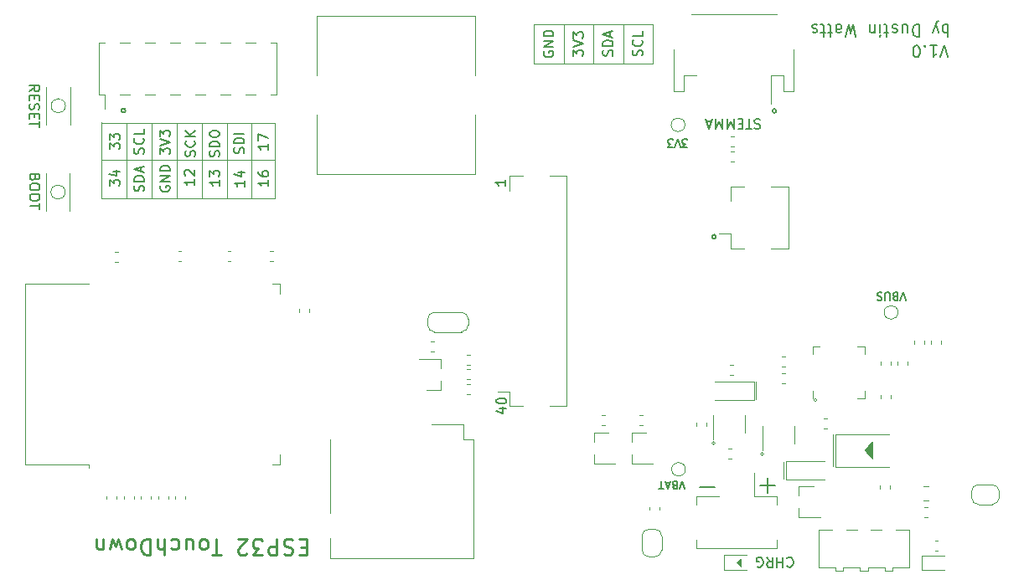
<source format=gto>
G04 #@! TF.GenerationSoftware,KiCad,Pcbnew,(5.1.6-0)*
G04 #@! TF.CreationDate,2020-12-03T20:50:06+01:00*
G04 #@! TF.ProjectId,ESP32_TFT,45535033-325f-4544-9654-2e6b69636164,rev?*
G04 #@! TF.SameCoordinates,Original*
G04 #@! TF.FileFunction,Legend,Top*
G04 #@! TF.FilePolarity,Positive*
%FSLAX46Y46*%
G04 Gerber Fmt 4.6, Leading zero omitted, Abs format (unit mm)*
G04 Created by KiCad (PCBNEW (5.1.6-0)) date 2020-12-03 20:50:06*
%MOMM*%
%LPD*%
G01*
G04 APERTURE LIST*
%ADD10C,0.150000*%
%ADD11C,0.120000*%
%ADD12C,0.250000*%
%ADD13C,0.100000*%
%ADD14C,0.200000*%
G04 APERTURE END LIST*
D10*
X63152380Y-54290476D02*
X63152380Y-54861904D01*
X63152380Y-54576190D02*
X62152380Y-54576190D01*
X62295238Y-54671428D01*
X62390476Y-54766666D01*
X62438095Y-54861904D01*
X62152380Y-53433333D02*
X62152380Y-53623809D01*
X62200000Y-53719047D01*
X62247619Y-53766666D01*
X62390476Y-53861904D01*
X62580952Y-53909523D01*
X62961904Y-53909523D01*
X63057142Y-53861904D01*
X63104761Y-53814285D01*
X63152380Y-53719047D01*
X63152380Y-53528571D01*
X63104761Y-53433333D01*
X63057142Y-53385714D01*
X62961904Y-53338095D01*
X62723809Y-53338095D01*
X62628571Y-53385714D01*
X62580952Y-53433333D01*
X62533333Y-53528571D01*
X62533333Y-53719047D01*
X62580952Y-53814285D01*
X62628571Y-53861904D01*
X62723809Y-53909523D01*
X60752380Y-54340476D02*
X60752380Y-54911904D01*
X60752380Y-54626190D02*
X59752380Y-54626190D01*
X59895238Y-54721428D01*
X59990476Y-54816666D01*
X60038095Y-54911904D01*
X60085714Y-53483333D02*
X60752380Y-53483333D01*
X59704761Y-53721428D02*
X60419047Y-53959523D01*
X60419047Y-53340476D01*
X63102380Y-50640476D02*
X63102380Y-51211904D01*
X63102380Y-50926190D02*
X62102380Y-50926190D01*
X62245238Y-51021428D01*
X62340476Y-51116666D01*
X62388095Y-51211904D01*
X62102380Y-50307142D02*
X62102380Y-49640476D01*
X63102380Y-50069047D01*
X60654761Y-51573809D02*
X60702380Y-51430952D01*
X60702380Y-51192857D01*
X60654761Y-51097619D01*
X60607142Y-51050000D01*
X60511904Y-51002380D01*
X60416666Y-51002380D01*
X60321428Y-51050000D01*
X60273809Y-51097619D01*
X60226190Y-51192857D01*
X60178571Y-51383333D01*
X60130952Y-51478571D01*
X60083333Y-51526190D01*
X59988095Y-51573809D01*
X59892857Y-51573809D01*
X59797619Y-51526190D01*
X59750000Y-51478571D01*
X59702380Y-51383333D01*
X59702380Y-51145238D01*
X59750000Y-51002380D01*
X60702380Y-50573809D02*
X59702380Y-50573809D01*
X59702380Y-50335714D01*
X59750000Y-50192857D01*
X59845238Y-50097619D01*
X59940476Y-50050000D01*
X60130952Y-50002380D01*
X60273809Y-50002380D01*
X60464285Y-50050000D01*
X60559523Y-50097619D01*
X60654761Y-50192857D01*
X60702380Y-50335714D01*
X60702380Y-50573809D01*
X60702380Y-49573809D02*
X59702380Y-49573809D01*
D11*
X61450000Y-48500000D02*
X61450000Y-56120000D01*
X63850000Y-48500000D02*
X63850000Y-56120000D01*
X61360000Y-48500000D02*
X63850000Y-48500000D01*
X59010000Y-48500000D02*
X61550000Y-48500000D01*
D12*
X66990476Y-91414285D02*
X66457142Y-91414285D01*
X66228571Y-90576190D02*
X66990476Y-90576190D01*
X66990476Y-92176190D01*
X66228571Y-92176190D01*
X65619047Y-90652380D02*
X65390476Y-90576190D01*
X65009523Y-90576190D01*
X64857142Y-90652380D01*
X64780952Y-90728571D01*
X64704761Y-90880952D01*
X64704761Y-91033333D01*
X64780952Y-91185714D01*
X64857142Y-91261904D01*
X65009523Y-91338095D01*
X65314285Y-91414285D01*
X65466666Y-91490476D01*
X65542857Y-91566666D01*
X65619047Y-91719047D01*
X65619047Y-91871428D01*
X65542857Y-92023809D01*
X65466666Y-92100000D01*
X65314285Y-92176190D01*
X64933333Y-92176190D01*
X64704761Y-92100000D01*
X64019047Y-90576190D02*
X64019047Y-92176190D01*
X63409523Y-92176190D01*
X63257142Y-92100000D01*
X63180952Y-92023809D01*
X63104761Y-91871428D01*
X63104761Y-91642857D01*
X63180952Y-91490476D01*
X63257142Y-91414285D01*
X63409523Y-91338095D01*
X64019047Y-91338095D01*
X62571428Y-92176190D02*
X61580952Y-92176190D01*
X62114285Y-91566666D01*
X61885714Y-91566666D01*
X61733333Y-91490476D01*
X61657142Y-91414285D01*
X61580952Y-91261904D01*
X61580952Y-90880952D01*
X61657142Y-90728571D01*
X61733333Y-90652380D01*
X61885714Y-90576190D01*
X62342857Y-90576190D01*
X62495238Y-90652380D01*
X62571428Y-90728571D01*
X60971428Y-92023809D02*
X60895238Y-92100000D01*
X60742857Y-92176190D01*
X60361904Y-92176190D01*
X60209523Y-92100000D01*
X60133333Y-92023809D01*
X60057142Y-91871428D01*
X60057142Y-91719047D01*
X60133333Y-91490476D01*
X61047619Y-90576190D01*
X60057142Y-90576190D01*
X58380952Y-92176190D02*
X57466666Y-92176190D01*
X57923809Y-90576190D02*
X57923809Y-92176190D01*
X56704761Y-90576190D02*
X56857142Y-90652380D01*
X56933333Y-90728571D01*
X57009523Y-90880952D01*
X57009523Y-91338095D01*
X56933333Y-91490476D01*
X56857142Y-91566666D01*
X56704761Y-91642857D01*
X56476190Y-91642857D01*
X56323809Y-91566666D01*
X56247619Y-91490476D01*
X56171428Y-91338095D01*
X56171428Y-90880952D01*
X56247619Y-90728571D01*
X56323809Y-90652380D01*
X56476190Y-90576190D01*
X56704761Y-90576190D01*
X54800000Y-91642857D02*
X54800000Y-90576190D01*
X55485714Y-91642857D02*
X55485714Y-90804761D01*
X55409523Y-90652380D01*
X55257142Y-90576190D01*
X55028571Y-90576190D01*
X54876190Y-90652380D01*
X54800000Y-90728571D01*
X53352380Y-90652380D02*
X53504761Y-90576190D01*
X53809523Y-90576190D01*
X53961904Y-90652380D01*
X54038095Y-90728571D01*
X54114285Y-90880952D01*
X54114285Y-91338095D01*
X54038095Y-91490476D01*
X53961904Y-91566666D01*
X53809523Y-91642857D01*
X53504761Y-91642857D01*
X53352380Y-91566666D01*
X52666666Y-90576190D02*
X52666666Y-92176190D01*
X51980952Y-90576190D02*
X51980952Y-91414285D01*
X52057142Y-91566666D01*
X52209523Y-91642857D01*
X52438095Y-91642857D01*
X52590476Y-91566666D01*
X52666666Y-91490476D01*
X51219047Y-90576190D02*
X51219047Y-92176190D01*
X50838095Y-92176190D01*
X50609523Y-92100000D01*
X50457142Y-91947619D01*
X50380952Y-91795238D01*
X50304761Y-91490476D01*
X50304761Y-91261904D01*
X50380952Y-90957142D01*
X50457142Y-90804761D01*
X50609523Y-90652380D01*
X50838095Y-90576190D01*
X51219047Y-90576190D01*
X49390476Y-90576190D02*
X49542857Y-90652380D01*
X49619047Y-90728571D01*
X49695238Y-90880952D01*
X49695238Y-91338095D01*
X49619047Y-91490476D01*
X49542857Y-91566666D01*
X49390476Y-91642857D01*
X49161904Y-91642857D01*
X49009523Y-91566666D01*
X48933333Y-91490476D01*
X48857142Y-91338095D01*
X48857142Y-90880952D01*
X48933333Y-90728571D01*
X49009523Y-90652380D01*
X49161904Y-90576190D01*
X49390476Y-90576190D01*
X48323809Y-91642857D02*
X48019047Y-90576190D01*
X47714285Y-91338095D01*
X47409523Y-90576190D01*
X47104761Y-91642857D01*
X46495238Y-91642857D02*
X46495238Y-90576190D01*
X46495238Y-91490476D02*
X46419047Y-91566666D01*
X46266666Y-91642857D01*
X46038095Y-91642857D01*
X45885714Y-91566666D01*
X45809523Y-91414285D01*
X45809523Y-90576190D01*
D10*
X86535714Y-77385714D02*
X87202380Y-77385714D01*
X86154761Y-77623809D02*
X86869047Y-77861904D01*
X86869047Y-77242857D01*
X86202380Y-76671428D02*
X86202380Y-76576190D01*
X86250000Y-76480952D01*
X86297619Y-76433333D01*
X86392857Y-76385714D01*
X86583333Y-76338095D01*
X86821428Y-76338095D01*
X87011904Y-76385714D01*
X87107142Y-76433333D01*
X87154761Y-76480952D01*
X87202380Y-76576190D01*
X87202380Y-76671428D01*
X87154761Y-76766666D01*
X87107142Y-76814285D01*
X87011904Y-76861904D01*
X86821428Y-76909523D01*
X86583333Y-76909523D01*
X86392857Y-76861904D01*
X86297619Y-76814285D01*
X86250000Y-76766666D01*
X86202380Y-76671428D01*
X87102380Y-54254285D02*
X87102380Y-54825714D01*
X87102380Y-54540000D02*
X86102380Y-54540000D01*
X86245238Y-54635238D01*
X86340476Y-54730476D01*
X86388095Y-54825714D01*
X115564285Y-92532857D02*
X115611904Y-92485238D01*
X115754761Y-92437619D01*
X115850000Y-92437619D01*
X115992857Y-92485238D01*
X116088095Y-92580476D01*
X116135714Y-92675714D01*
X116183333Y-92866190D01*
X116183333Y-93009047D01*
X116135714Y-93199523D01*
X116088095Y-93294761D01*
X115992857Y-93390000D01*
X115850000Y-93437619D01*
X115754761Y-93437619D01*
X115611904Y-93390000D01*
X115564285Y-93342380D01*
X115135714Y-92437619D02*
X115135714Y-93437619D01*
X115135714Y-92961428D02*
X114564285Y-92961428D01*
X114564285Y-92437619D02*
X114564285Y-93437619D01*
X113516666Y-92437619D02*
X113850000Y-92913809D01*
X114088095Y-92437619D02*
X114088095Y-93437619D01*
X113707142Y-93437619D01*
X113611904Y-93390000D01*
X113564285Y-93342380D01*
X113516666Y-93247142D01*
X113516666Y-93104285D01*
X113564285Y-93009047D01*
X113611904Y-92961428D01*
X113707142Y-92913809D01*
X114088095Y-92913809D01*
X112564285Y-93390000D02*
X112659523Y-93437619D01*
X112802380Y-93437619D01*
X112945238Y-93390000D01*
X113040476Y-93294761D01*
X113088095Y-93199523D01*
X113135714Y-93009047D01*
X113135714Y-92866190D01*
X113088095Y-92675714D01*
X113040476Y-92580476D01*
X112945238Y-92485238D01*
X112802380Y-92437619D01*
X112707142Y-92437619D01*
X112564285Y-92485238D01*
X112516666Y-92532857D01*
X112516666Y-92866190D01*
X112707142Y-92866190D01*
D13*
G36*
X110850000Y-93370000D02*
G01*
X110460000Y-93000000D01*
X110850000Y-92610000D01*
X110850000Y-93370000D01*
G37*
X110850000Y-93370000D02*
X110460000Y-93000000D01*
X110850000Y-92610000D01*
X110850000Y-93370000D01*
G36*
X124130000Y-82380000D02*
G01*
X123440000Y-81610000D01*
X124130000Y-80800000D01*
X124130000Y-82380000D01*
G37*
X124130000Y-82380000D02*
X123440000Y-81610000D01*
X124130000Y-80800000D01*
X124130000Y-82380000D01*
D11*
X124150000Y-82460000D02*
X124150000Y-80740000D01*
X123430000Y-81640000D02*
X124150000Y-82460000D01*
X124150000Y-80740000D02*
X123410000Y-81610000D01*
X112410000Y-74700000D02*
X112410000Y-76420000D01*
X120210000Y-80010000D02*
X120210000Y-83270000D01*
X115200000Y-82810000D02*
X115200000Y-84530000D01*
D10*
X127536666Y-66438095D02*
X127270000Y-65638095D01*
X127003333Y-66438095D01*
X126470000Y-66057142D02*
X126355714Y-66019047D01*
X126317619Y-65980952D01*
X126279523Y-65904761D01*
X126279523Y-65790476D01*
X126317619Y-65714285D01*
X126355714Y-65676190D01*
X126431904Y-65638095D01*
X126736666Y-65638095D01*
X126736666Y-66438095D01*
X126470000Y-66438095D01*
X126393809Y-66400000D01*
X126355714Y-66361904D01*
X126317619Y-66285714D01*
X126317619Y-66209523D01*
X126355714Y-66133333D01*
X126393809Y-66095238D01*
X126470000Y-66057142D01*
X126736666Y-66057142D01*
X125936666Y-66438095D02*
X125936666Y-65790476D01*
X125898571Y-65714285D01*
X125860476Y-65676190D01*
X125784285Y-65638095D01*
X125631904Y-65638095D01*
X125555714Y-65676190D01*
X125517619Y-65714285D01*
X125479523Y-65790476D01*
X125479523Y-66438095D01*
X125136666Y-65676190D02*
X125022380Y-65638095D01*
X124831904Y-65638095D01*
X124755714Y-65676190D01*
X124717619Y-65714285D01*
X124679523Y-65790476D01*
X124679523Y-65866666D01*
X124717619Y-65942857D01*
X124755714Y-65980952D01*
X124831904Y-66019047D01*
X124984285Y-66057142D01*
X125060476Y-66095238D01*
X125098571Y-66133333D01*
X125136666Y-66209523D01*
X125136666Y-66285714D01*
X125098571Y-66361904D01*
X125060476Y-66400000D01*
X124984285Y-66438095D01*
X124793809Y-66438095D01*
X124679523Y-66400000D01*
X105254285Y-85528095D02*
X104987619Y-84728095D01*
X104720952Y-85528095D01*
X104187619Y-85147142D02*
X104073333Y-85109047D01*
X104035238Y-85070952D01*
X103997142Y-84994761D01*
X103997142Y-84880476D01*
X104035238Y-84804285D01*
X104073333Y-84766190D01*
X104149523Y-84728095D01*
X104454285Y-84728095D01*
X104454285Y-85528095D01*
X104187619Y-85528095D01*
X104111428Y-85490000D01*
X104073333Y-85451904D01*
X104035238Y-85375714D01*
X104035238Y-85299523D01*
X104073333Y-85223333D01*
X104111428Y-85185238D01*
X104187619Y-85147142D01*
X104454285Y-85147142D01*
X103692380Y-84956666D02*
X103311428Y-84956666D01*
X103768571Y-84728095D02*
X103501904Y-85528095D01*
X103235238Y-84728095D01*
X103082857Y-85528095D02*
X102625714Y-85528095D01*
X102854285Y-84728095D02*
X102854285Y-85528095D01*
X91000000Y-41261904D02*
X90952380Y-41357142D01*
X90952380Y-41500000D01*
X91000000Y-41642857D01*
X91095238Y-41738095D01*
X91190476Y-41785714D01*
X91380952Y-41833333D01*
X91523809Y-41833333D01*
X91714285Y-41785714D01*
X91809523Y-41738095D01*
X91904761Y-41642857D01*
X91952380Y-41500000D01*
X91952380Y-41404761D01*
X91904761Y-41261904D01*
X91857142Y-41214285D01*
X91523809Y-41214285D01*
X91523809Y-41404761D01*
X91952380Y-40785714D02*
X90952380Y-40785714D01*
X91952380Y-40214285D01*
X90952380Y-40214285D01*
X91952380Y-39738095D02*
X90952380Y-39738095D01*
X90952380Y-39500000D01*
X91000000Y-39357142D01*
X91095238Y-39261904D01*
X91190476Y-39214285D01*
X91380952Y-39166666D01*
X91523809Y-39166666D01*
X91714285Y-39214285D01*
X91809523Y-39261904D01*
X91904761Y-39357142D01*
X91952380Y-39500000D01*
X91952380Y-39738095D01*
X93952380Y-41738095D02*
X93952380Y-41119047D01*
X94333333Y-41452380D01*
X94333333Y-41309523D01*
X94380952Y-41214285D01*
X94428571Y-41166666D01*
X94523809Y-41119047D01*
X94761904Y-41119047D01*
X94857142Y-41166666D01*
X94904761Y-41214285D01*
X94952380Y-41309523D01*
X94952380Y-41595238D01*
X94904761Y-41690476D01*
X94857142Y-41738095D01*
X93952380Y-40833333D02*
X94952380Y-40500000D01*
X93952380Y-40166666D01*
X93952380Y-39928571D02*
X93952380Y-39309523D01*
X94333333Y-39642857D01*
X94333333Y-39500000D01*
X94380952Y-39404761D01*
X94428571Y-39357142D01*
X94523809Y-39309523D01*
X94761904Y-39309523D01*
X94857142Y-39357142D01*
X94904761Y-39404761D01*
X94952380Y-39500000D01*
X94952380Y-39785714D01*
X94904761Y-39880952D01*
X94857142Y-39928571D01*
X97904761Y-41714285D02*
X97952380Y-41571428D01*
X97952380Y-41333333D01*
X97904761Y-41238095D01*
X97857142Y-41190476D01*
X97761904Y-41142857D01*
X97666666Y-41142857D01*
X97571428Y-41190476D01*
X97523809Y-41238095D01*
X97476190Y-41333333D01*
X97428571Y-41523809D01*
X97380952Y-41619047D01*
X97333333Y-41666666D01*
X97238095Y-41714285D01*
X97142857Y-41714285D01*
X97047619Y-41666666D01*
X97000000Y-41619047D01*
X96952380Y-41523809D01*
X96952380Y-41285714D01*
X97000000Y-41142857D01*
X97952380Y-40714285D02*
X96952380Y-40714285D01*
X96952380Y-40476190D01*
X97000000Y-40333333D01*
X97095238Y-40238095D01*
X97190476Y-40190476D01*
X97380952Y-40142857D01*
X97523809Y-40142857D01*
X97714285Y-40190476D01*
X97809523Y-40238095D01*
X97904761Y-40333333D01*
X97952380Y-40476190D01*
X97952380Y-40714285D01*
X97666666Y-39761904D02*
X97666666Y-39285714D01*
X97952380Y-39857142D02*
X96952380Y-39523809D01*
X97952380Y-39190476D01*
X100904761Y-41690476D02*
X100952380Y-41547619D01*
X100952380Y-41309523D01*
X100904761Y-41214285D01*
X100857142Y-41166666D01*
X100761904Y-41119047D01*
X100666666Y-41119047D01*
X100571428Y-41166666D01*
X100523809Y-41214285D01*
X100476190Y-41309523D01*
X100428571Y-41500000D01*
X100380952Y-41595238D01*
X100333333Y-41642857D01*
X100238095Y-41690476D01*
X100142857Y-41690476D01*
X100047619Y-41642857D01*
X100000000Y-41595238D01*
X99952380Y-41500000D01*
X99952380Y-41261904D01*
X100000000Y-41119047D01*
X100857142Y-40119047D02*
X100904761Y-40166666D01*
X100952380Y-40309523D01*
X100952380Y-40404761D01*
X100904761Y-40547619D01*
X100809523Y-40642857D01*
X100714285Y-40690476D01*
X100523809Y-40738095D01*
X100380952Y-40738095D01*
X100190476Y-40690476D01*
X100095238Y-40642857D01*
X100000000Y-40547619D01*
X99952380Y-40404761D01*
X99952380Y-40309523D01*
X100000000Y-40166666D01*
X100047619Y-40119047D01*
X100952380Y-39214285D02*
X100952380Y-39690476D01*
X99952380Y-39690476D01*
D11*
X90000000Y-42500000D02*
X93000000Y-42500000D01*
X90000000Y-38500000D02*
X90000000Y-42500000D01*
X93000000Y-38500000D02*
X90000000Y-38500000D01*
X102000000Y-38500000D02*
X102000000Y-42500000D01*
X99000000Y-38500000D02*
X99000000Y-42500000D01*
X96000000Y-38500000D02*
X96000000Y-42500000D01*
X102000000Y-38500000D02*
X93000000Y-38500000D01*
X93000000Y-42500000D02*
X102000000Y-42500000D01*
X93000000Y-38500000D02*
X93000000Y-42500000D01*
D10*
X112858095Y-85162857D02*
X114381904Y-85162857D01*
X113620000Y-85924761D02*
X113620000Y-84400952D01*
X106748095Y-85302857D02*
X108271904Y-85302857D01*
D11*
X108302788Y-80880000D02*
G75*
G03*
X108302788Y-80880000I-162788J0D01*
G01*
X113212788Y-82000000D02*
G75*
G03*
X113212788Y-82000000I-162788J0D01*
G01*
X118612788Y-76540000D02*
G75*
G03*
X118612788Y-76540000I-162788J0D01*
G01*
D10*
X105490476Y-50938095D02*
X104995238Y-50938095D01*
X105261904Y-50633333D01*
X105147619Y-50633333D01*
X105071428Y-50595238D01*
X105033333Y-50557142D01*
X104995238Y-50480952D01*
X104995238Y-50290476D01*
X105033333Y-50214285D01*
X105071428Y-50176190D01*
X105147619Y-50138095D01*
X105376190Y-50138095D01*
X105452380Y-50176190D01*
X105490476Y-50214285D01*
X104766666Y-50938095D02*
X104500000Y-50138095D01*
X104233333Y-50938095D01*
X104042857Y-50938095D02*
X103547619Y-50938095D01*
X103814285Y-50633333D01*
X103700000Y-50633333D01*
X103623809Y-50595238D01*
X103585714Y-50557142D01*
X103547619Y-50480952D01*
X103547619Y-50290476D01*
X103585714Y-50214285D01*
X103623809Y-50176190D01*
X103700000Y-50138095D01*
X103928571Y-50138095D01*
X104004761Y-50176190D01*
X104042857Y-50214285D01*
D14*
X48715183Y-47250000D02*
G75*
G03*
X48715183Y-47250000I-205183J0D01*
G01*
X108395183Y-60010000D02*
G75*
G03*
X108395183Y-60010000I-205183J0D01*
G01*
X114485183Y-47290000D02*
G75*
G03*
X114485183Y-47290000I-205183J0D01*
G01*
X131828571Y-38557142D02*
X131828571Y-39757142D01*
X131828571Y-39300000D02*
X131714285Y-39357142D01*
X131485714Y-39357142D01*
X131371428Y-39300000D01*
X131314285Y-39242857D01*
X131257142Y-39128571D01*
X131257142Y-38785714D01*
X131314285Y-38671428D01*
X131371428Y-38614285D01*
X131485714Y-38557142D01*
X131714285Y-38557142D01*
X131828571Y-38614285D01*
X130857142Y-39357142D02*
X130571428Y-38557142D01*
X130285714Y-39357142D02*
X130571428Y-38557142D01*
X130685714Y-38271428D01*
X130742857Y-38214285D01*
X130857142Y-38157142D01*
X128914285Y-38557142D02*
X128914285Y-39757142D01*
X128628571Y-39757142D01*
X128457142Y-39700000D01*
X128342857Y-39585714D01*
X128285714Y-39471428D01*
X128228571Y-39242857D01*
X128228571Y-39071428D01*
X128285714Y-38842857D01*
X128342857Y-38728571D01*
X128457142Y-38614285D01*
X128628571Y-38557142D01*
X128914285Y-38557142D01*
X127200000Y-39357142D02*
X127200000Y-38557142D01*
X127714285Y-39357142D02*
X127714285Y-38728571D01*
X127657142Y-38614285D01*
X127542857Y-38557142D01*
X127371428Y-38557142D01*
X127257142Y-38614285D01*
X127200000Y-38671428D01*
X126685714Y-38614285D02*
X126571428Y-38557142D01*
X126342857Y-38557142D01*
X126228571Y-38614285D01*
X126171428Y-38728571D01*
X126171428Y-38785714D01*
X126228571Y-38900000D01*
X126342857Y-38957142D01*
X126514285Y-38957142D01*
X126628571Y-39014285D01*
X126685714Y-39128571D01*
X126685714Y-39185714D01*
X126628571Y-39300000D01*
X126514285Y-39357142D01*
X126342857Y-39357142D01*
X126228571Y-39300000D01*
X125828571Y-39357142D02*
X125371428Y-39357142D01*
X125657142Y-39757142D02*
X125657142Y-38728571D01*
X125600000Y-38614285D01*
X125485714Y-38557142D01*
X125371428Y-38557142D01*
X124971428Y-38557142D02*
X124971428Y-39357142D01*
X124971428Y-39757142D02*
X125028571Y-39700000D01*
X124971428Y-39642857D01*
X124914285Y-39700000D01*
X124971428Y-39757142D01*
X124971428Y-39642857D01*
X124400000Y-39357142D02*
X124400000Y-38557142D01*
X124400000Y-39242857D02*
X124342857Y-39300000D01*
X124228571Y-39357142D01*
X124057142Y-39357142D01*
X123942857Y-39300000D01*
X123885714Y-39185714D01*
X123885714Y-38557142D01*
X122514285Y-39757142D02*
X122228571Y-38557142D01*
X122000000Y-39414285D01*
X121771428Y-38557142D01*
X121485714Y-39757142D01*
X120514285Y-38557142D02*
X120514285Y-39185714D01*
X120571428Y-39300000D01*
X120685714Y-39357142D01*
X120914285Y-39357142D01*
X121028571Y-39300000D01*
X120514285Y-38614285D02*
X120628571Y-38557142D01*
X120914285Y-38557142D01*
X121028571Y-38614285D01*
X121085714Y-38728571D01*
X121085714Y-38842857D01*
X121028571Y-38957142D01*
X120914285Y-39014285D01*
X120628571Y-39014285D01*
X120514285Y-39071428D01*
X120114285Y-39357142D02*
X119657142Y-39357142D01*
X119942857Y-39757142D02*
X119942857Y-38728571D01*
X119885714Y-38614285D01*
X119771428Y-38557142D01*
X119657142Y-38557142D01*
X119428571Y-39357142D02*
X118971428Y-39357142D01*
X119257142Y-39757142D02*
X119257142Y-38728571D01*
X119200000Y-38614285D01*
X119085714Y-38557142D01*
X118971428Y-38557142D01*
X118628571Y-38614285D02*
X118514285Y-38557142D01*
X118285714Y-38557142D01*
X118171428Y-38614285D01*
X118114285Y-38728571D01*
X118114285Y-38785714D01*
X118171428Y-38900000D01*
X118285714Y-38957142D01*
X118457142Y-38957142D01*
X118571428Y-39014285D01*
X118628571Y-39128571D01*
X118628571Y-39185714D01*
X118571428Y-39300000D01*
X118457142Y-39357142D01*
X118285714Y-39357142D01*
X118171428Y-39300000D01*
X131828571Y-41857142D02*
X131428571Y-40657142D01*
X131028571Y-41857142D01*
X130000000Y-40657142D02*
X130685714Y-40657142D01*
X130342857Y-40657142D02*
X130342857Y-41857142D01*
X130457142Y-41685714D01*
X130571428Y-41571428D01*
X130685714Y-41514285D01*
X129485714Y-40771428D02*
X129428571Y-40714285D01*
X129485714Y-40657142D01*
X129542857Y-40714285D01*
X129485714Y-40771428D01*
X129485714Y-40657142D01*
X128685714Y-41857142D02*
X128571428Y-41857142D01*
X128457142Y-41800000D01*
X128400000Y-41742857D01*
X128342857Y-41628571D01*
X128285714Y-41400000D01*
X128285714Y-41114285D01*
X128342857Y-40885714D01*
X128400000Y-40771428D01*
X128457142Y-40714285D01*
X128571428Y-40657142D01*
X128685714Y-40657142D01*
X128800000Y-40714285D01*
X128857142Y-40771428D01*
X128914285Y-40885714D01*
X128971428Y-41114285D01*
X128971428Y-41400000D01*
X128914285Y-41628571D01*
X128857142Y-41742857D01*
X128800000Y-41800000D01*
X128685714Y-41857142D01*
D10*
X39007619Y-45307619D02*
X39483809Y-44974285D01*
X39007619Y-44736190D02*
X40007619Y-44736190D01*
X40007619Y-45117142D01*
X39960000Y-45212380D01*
X39912380Y-45260000D01*
X39817142Y-45307619D01*
X39674285Y-45307619D01*
X39579047Y-45260000D01*
X39531428Y-45212380D01*
X39483809Y-45117142D01*
X39483809Y-44736190D01*
X39531428Y-45736190D02*
X39531428Y-46069523D01*
X39007619Y-46212380D02*
X39007619Y-45736190D01*
X40007619Y-45736190D01*
X40007619Y-46212380D01*
X39055238Y-46593333D02*
X39007619Y-46736190D01*
X39007619Y-46974285D01*
X39055238Y-47069523D01*
X39102857Y-47117142D01*
X39198095Y-47164761D01*
X39293333Y-47164761D01*
X39388571Y-47117142D01*
X39436190Y-47069523D01*
X39483809Y-46974285D01*
X39531428Y-46783809D01*
X39579047Y-46688571D01*
X39626666Y-46640952D01*
X39721904Y-46593333D01*
X39817142Y-46593333D01*
X39912380Y-46640952D01*
X39960000Y-46688571D01*
X40007619Y-46783809D01*
X40007619Y-47021904D01*
X39960000Y-47164761D01*
X39531428Y-47593333D02*
X39531428Y-47926666D01*
X39007619Y-48069523D02*
X39007619Y-47593333D01*
X40007619Y-47593333D01*
X40007619Y-48069523D01*
X40007619Y-48355238D02*
X40007619Y-48926666D01*
X39007619Y-48640952D02*
X40007619Y-48640952D01*
X39571428Y-54022857D02*
X39523809Y-54165714D01*
X39476190Y-54213333D01*
X39380952Y-54260952D01*
X39238095Y-54260952D01*
X39142857Y-54213333D01*
X39095238Y-54165714D01*
X39047619Y-54070476D01*
X39047619Y-53689523D01*
X40047619Y-53689523D01*
X40047619Y-54022857D01*
X40000000Y-54118095D01*
X39952380Y-54165714D01*
X39857142Y-54213333D01*
X39761904Y-54213333D01*
X39666666Y-54165714D01*
X39619047Y-54118095D01*
X39571428Y-54022857D01*
X39571428Y-53689523D01*
X40047619Y-54880000D02*
X40047619Y-55070476D01*
X40000000Y-55165714D01*
X39904761Y-55260952D01*
X39714285Y-55308571D01*
X39380952Y-55308571D01*
X39190476Y-55260952D01*
X39095238Y-55165714D01*
X39047619Y-55070476D01*
X39047619Y-54880000D01*
X39095238Y-54784761D01*
X39190476Y-54689523D01*
X39380952Y-54641904D01*
X39714285Y-54641904D01*
X39904761Y-54689523D01*
X40000000Y-54784761D01*
X40047619Y-54880000D01*
X40047619Y-55927619D02*
X40047619Y-56118095D01*
X40000000Y-56213333D01*
X39904761Y-56308571D01*
X39714285Y-56356190D01*
X39380952Y-56356190D01*
X39190476Y-56308571D01*
X39095238Y-56213333D01*
X39047619Y-56118095D01*
X39047619Y-55927619D01*
X39095238Y-55832380D01*
X39190476Y-55737142D01*
X39380952Y-55689523D01*
X39714285Y-55689523D01*
X39904761Y-55737142D01*
X40000000Y-55832380D01*
X40047619Y-55927619D01*
X40047619Y-56641904D02*
X40047619Y-57213333D01*
X39047619Y-56927619D02*
X40047619Y-56927619D01*
X55662380Y-54200476D02*
X55662380Y-54771904D01*
X55662380Y-54486190D02*
X54662380Y-54486190D01*
X54805238Y-54581428D01*
X54900476Y-54676666D01*
X54948095Y-54771904D01*
X54757619Y-53819523D02*
X54710000Y-53771904D01*
X54662380Y-53676666D01*
X54662380Y-53438571D01*
X54710000Y-53343333D01*
X54757619Y-53295714D01*
X54852857Y-53248095D01*
X54948095Y-53248095D01*
X55090952Y-53295714D01*
X55662380Y-53867142D01*
X55662380Y-53248095D01*
X47132380Y-54879523D02*
X47132380Y-54260476D01*
X47513333Y-54593809D01*
X47513333Y-54450952D01*
X47560952Y-54355714D01*
X47608571Y-54308095D01*
X47703809Y-54260476D01*
X47941904Y-54260476D01*
X48037142Y-54308095D01*
X48084761Y-54355714D01*
X48132380Y-54450952D01*
X48132380Y-54736666D01*
X48084761Y-54831904D01*
X48037142Y-54879523D01*
X47465714Y-53403333D02*
X48132380Y-53403333D01*
X47084761Y-53641428D02*
X47799047Y-53879523D01*
X47799047Y-53260476D01*
X47132380Y-51179523D02*
X47132380Y-50560476D01*
X47513333Y-50893809D01*
X47513333Y-50750952D01*
X47560952Y-50655714D01*
X47608571Y-50608095D01*
X47703809Y-50560476D01*
X47941904Y-50560476D01*
X48037142Y-50608095D01*
X48084761Y-50655714D01*
X48132380Y-50750952D01*
X48132380Y-51036666D01*
X48084761Y-51131904D01*
X48037142Y-51179523D01*
X47132380Y-50227142D02*
X47132380Y-49608095D01*
X47513333Y-49941428D01*
X47513333Y-49798571D01*
X47560952Y-49703333D01*
X47608571Y-49655714D01*
X47703809Y-49608095D01*
X47941904Y-49608095D01*
X48037142Y-49655714D01*
X48084761Y-49703333D01*
X48132380Y-49798571D01*
X48132380Y-50084285D01*
X48084761Y-50179523D01*
X48037142Y-50227142D01*
X50524761Y-51620476D02*
X50572380Y-51477619D01*
X50572380Y-51239523D01*
X50524761Y-51144285D01*
X50477142Y-51096666D01*
X50381904Y-51049047D01*
X50286666Y-51049047D01*
X50191428Y-51096666D01*
X50143809Y-51144285D01*
X50096190Y-51239523D01*
X50048571Y-51430000D01*
X50000952Y-51525238D01*
X49953333Y-51572857D01*
X49858095Y-51620476D01*
X49762857Y-51620476D01*
X49667619Y-51572857D01*
X49620000Y-51525238D01*
X49572380Y-51430000D01*
X49572380Y-51191904D01*
X49620000Y-51049047D01*
X50477142Y-50049047D02*
X50524761Y-50096666D01*
X50572380Y-50239523D01*
X50572380Y-50334761D01*
X50524761Y-50477619D01*
X50429523Y-50572857D01*
X50334285Y-50620476D01*
X50143809Y-50668095D01*
X50000952Y-50668095D01*
X49810476Y-50620476D01*
X49715238Y-50572857D01*
X49620000Y-50477619D01*
X49572380Y-50334761D01*
X49572380Y-50239523D01*
X49620000Y-50096666D01*
X49667619Y-50049047D01*
X50572380Y-49144285D02*
X50572380Y-49620476D01*
X49572380Y-49620476D01*
X55704761Y-51885714D02*
X55752380Y-51742857D01*
X55752380Y-51504761D01*
X55704761Y-51409523D01*
X55657142Y-51361904D01*
X55561904Y-51314285D01*
X55466666Y-51314285D01*
X55371428Y-51361904D01*
X55323809Y-51409523D01*
X55276190Y-51504761D01*
X55228571Y-51695238D01*
X55180952Y-51790476D01*
X55133333Y-51838095D01*
X55038095Y-51885714D01*
X54942857Y-51885714D01*
X54847619Y-51838095D01*
X54800000Y-51790476D01*
X54752380Y-51695238D01*
X54752380Y-51457142D01*
X54800000Y-51314285D01*
X55657142Y-50314285D02*
X55704761Y-50361904D01*
X55752380Y-50504761D01*
X55752380Y-50600000D01*
X55704761Y-50742857D01*
X55609523Y-50838095D01*
X55514285Y-50885714D01*
X55323809Y-50933333D01*
X55180952Y-50933333D01*
X54990476Y-50885714D01*
X54895238Y-50838095D01*
X54800000Y-50742857D01*
X54752380Y-50600000D01*
X54752380Y-50504761D01*
X54800000Y-50361904D01*
X54847619Y-50314285D01*
X55752380Y-49885714D02*
X54752380Y-49885714D01*
X55752380Y-49314285D02*
X55180952Y-49742857D01*
X54752380Y-49314285D02*
X55323809Y-49885714D01*
X58154761Y-51909523D02*
X58202380Y-51766666D01*
X58202380Y-51528571D01*
X58154761Y-51433333D01*
X58107142Y-51385714D01*
X58011904Y-51338095D01*
X57916666Y-51338095D01*
X57821428Y-51385714D01*
X57773809Y-51433333D01*
X57726190Y-51528571D01*
X57678571Y-51719047D01*
X57630952Y-51814285D01*
X57583333Y-51861904D01*
X57488095Y-51909523D01*
X57392857Y-51909523D01*
X57297619Y-51861904D01*
X57250000Y-51814285D01*
X57202380Y-51719047D01*
X57202380Y-51480952D01*
X57250000Y-51338095D01*
X58202380Y-50909523D02*
X57202380Y-50909523D01*
X57202380Y-50671428D01*
X57250000Y-50528571D01*
X57345238Y-50433333D01*
X57440476Y-50385714D01*
X57630952Y-50338095D01*
X57773809Y-50338095D01*
X57964285Y-50385714D01*
X58059523Y-50433333D01*
X58154761Y-50528571D01*
X58202380Y-50671428D01*
X58202380Y-50909523D01*
X57202380Y-49719047D02*
X57202380Y-49528571D01*
X57250000Y-49433333D01*
X57345238Y-49338095D01*
X57535714Y-49290476D01*
X57869047Y-49290476D01*
X58059523Y-49338095D01*
X58154761Y-49433333D01*
X58202380Y-49528571D01*
X58202380Y-49719047D01*
X58154761Y-49814285D01*
X58059523Y-49909523D01*
X57869047Y-49957142D01*
X57535714Y-49957142D01*
X57345238Y-49909523D01*
X57250000Y-49814285D01*
X57202380Y-49719047D01*
X58222380Y-54260476D02*
X58222380Y-54831904D01*
X58222380Y-54546190D02*
X57222380Y-54546190D01*
X57365238Y-54641428D01*
X57460476Y-54736666D01*
X57508095Y-54831904D01*
X57222380Y-53927142D02*
X57222380Y-53308095D01*
X57603333Y-53641428D01*
X57603333Y-53498571D01*
X57650952Y-53403333D01*
X57698571Y-53355714D01*
X57793809Y-53308095D01*
X58031904Y-53308095D01*
X58127142Y-53355714D01*
X58174761Y-53403333D01*
X58222380Y-53498571D01*
X58222380Y-53784285D01*
X58174761Y-53879523D01*
X58127142Y-53927142D01*
X50544761Y-55404285D02*
X50592380Y-55261428D01*
X50592380Y-55023333D01*
X50544761Y-54928095D01*
X50497142Y-54880476D01*
X50401904Y-54832857D01*
X50306666Y-54832857D01*
X50211428Y-54880476D01*
X50163809Y-54928095D01*
X50116190Y-55023333D01*
X50068571Y-55213809D01*
X50020952Y-55309047D01*
X49973333Y-55356666D01*
X49878095Y-55404285D01*
X49782857Y-55404285D01*
X49687619Y-55356666D01*
X49640000Y-55309047D01*
X49592380Y-55213809D01*
X49592380Y-54975714D01*
X49640000Y-54832857D01*
X50592380Y-54404285D02*
X49592380Y-54404285D01*
X49592380Y-54166190D01*
X49640000Y-54023333D01*
X49735238Y-53928095D01*
X49830476Y-53880476D01*
X50020952Y-53832857D01*
X50163809Y-53832857D01*
X50354285Y-53880476D01*
X50449523Y-53928095D01*
X50544761Y-54023333D01*
X50592380Y-54166190D01*
X50592380Y-54404285D01*
X50306666Y-53451904D02*
X50306666Y-52975714D01*
X50592380Y-53547142D02*
X49592380Y-53213809D01*
X50592380Y-52880476D01*
X52270000Y-54891904D02*
X52222380Y-54987142D01*
X52222380Y-55130000D01*
X52270000Y-55272857D01*
X52365238Y-55368095D01*
X52460476Y-55415714D01*
X52650952Y-55463333D01*
X52793809Y-55463333D01*
X52984285Y-55415714D01*
X53079523Y-55368095D01*
X53174761Y-55272857D01*
X53222380Y-55130000D01*
X53222380Y-55034761D01*
X53174761Y-54891904D01*
X53127142Y-54844285D01*
X52793809Y-54844285D01*
X52793809Y-55034761D01*
X53222380Y-54415714D02*
X52222380Y-54415714D01*
X53222380Y-53844285D01*
X52222380Y-53844285D01*
X53222380Y-53368095D02*
X52222380Y-53368095D01*
X52222380Y-53130000D01*
X52270000Y-52987142D01*
X52365238Y-52891904D01*
X52460476Y-52844285D01*
X52650952Y-52796666D01*
X52793809Y-52796666D01*
X52984285Y-52844285D01*
X53079523Y-52891904D01*
X53174761Y-52987142D01*
X53222380Y-53130000D01*
X53222380Y-53368095D01*
X52202380Y-51678095D02*
X52202380Y-51059047D01*
X52583333Y-51392380D01*
X52583333Y-51249523D01*
X52630952Y-51154285D01*
X52678571Y-51106666D01*
X52773809Y-51059047D01*
X53011904Y-51059047D01*
X53107142Y-51106666D01*
X53154761Y-51154285D01*
X53202380Y-51249523D01*
X53202380Y-51535238D01*
X53154761Y-51630476D01*
X53107142Y-51678095D01*
X52202380Y-50773333D02*
X53202380Y-50440000D01*
X52202380Y-50106666D01*
X52202380Y-49868571D02*
X52202380Y-49249523D01*
X52583333Y-49582857D01*
X52583333Y-49440000D01*
X52630952Y-49344761D01*
X52678571Y-49297142D01*
X52773809Y-49249523D01*
X53011904Y-49249523D01*
X53107142Y-49297142D01*
X53154761Y-49344761D01*
X53202380Y-49440000D01*
X53202380Y-49725714D01*
X53154761Y-49820952D01*
X53107142Y-49868571D01*
D11*
X46320000Y-52280000D02*
X63850000Y-52280000D01*
X46320000Y-48470000D02*
X46320000Y-52280000D01*
X59000000Y-48500000D02*
X59000000Y-56120000D01*
X56460000Y-48500000D02*
X59000000Y-48500000D01*
X56460000Y-56120000D02*
X56460000Y-48500000D01*
X53920000Y-56120000D02*
X56460000Y-56120000D01*
X53920000Y-48500000D02*
X53920000Y-56120000D01*
X51380000Y-48500000D02*
X53920000Y-48500000D01*
X51380000Y-56120000D02*
X51380000Y-48500000D01*
X48840000Y-56120000D02*
X51380000Y-56120000D01*
X48840000Y-48500000D02*
X48840000Y-56120000D01*
X46300000Y-56120000D02*
X46300000Y-48500000D01*
X63850000Y-56120000D02*
X46300000Y-56120000D01*
X46300000Y-48500000D02*
X59000000Y-48500000D01*
D10*
X112840476Y-48145238D02*
X112697619Y-48097619D01*
X112459523Y-48097619D01*
X112364285Y-48145238D01*
X112316666Y-48192857D01*
X112269047Y-48288095D01*
X112269047Y-48383333D01*
X112316666Y-48478571D01*
X112364285Y-48526190D01*
X112459523Y-48573809D01*
X112650000Y-48621428D01*
X112745238Y-48669047D01*
X112792857Y-48716666D01*
X112840476Y-48811904D01*
X112840476Y-48907142D01*
X112792857Y-49002380D01*
X112745238Y-49050000D01*
X112650000Y-49097619D01*
X112411904Y-49097619D01*
X112269047Y-49050000D01*
X111983333Y-49097619D02*
X111411904Y-49097619D01*
X111697619Y-48097619D02*
X111697619Y-49097619D01*
X111078571Y-48621428D02*
X110745238Y-48621428D01*
X110602380Y-48097619D02*
X111078571Y-48097619D01*
X111078571Y-49097619D01*
X110602380Y-49097619D01*
X110173809Y-48097619D02*
X110173809Y-49097619D01*
X109840476Y-48383333D01*
X109507142Y-49097619D01*
X109507142Y-48097619D01*
X109030952Y-48097619D02*
X109030952Y-49097619D01*
X108697619Y-48383333D01*
X108364285Y-49097619D01*
X108364285Y-48097619D01*
X107935714Y-48383333D02*
X107459523Y-48383333D01*
X108030952Y-48097619D02*
X107697619Y-49097619D01*
X107364285Y-48097619D01*
D11*
X126530000Y-89680000D02*
X127930000Y-89680000D01*
X127930000Y-89680000D02*
X127930000Y-93480000D01*
X118730000Y-93480000D02*
X118730000Y-89680000D01*
X118730000Y-89680000D02*
X120130000Y-89680000D01*
X125130000Y-89680000D02*
X124030000Y-89680000D01*
X124030000Y-89680000D02*
X124030000Y-89680000D01*
X122630000Y-89680000D02*
X121530000Y-89680000D01*
X121530000Y-89680000D02*
X121530000Y-89680000D01*
X127930000Y-93480000D02*
X126230000Y-93480000D01*
X126230000Y-93480000D02*
X126230000Y-93780000D01*
X126230000Y-93780000D02*
X125430000Y-93780000D01*
X125430000Y-93780000D02*
X125430000Y-93480000D01*
X125430000Y-93480000D02*
X123730000Y-93480000D01*
X123730000Y-93480000D02*
X123730000Y-93780000D01*
X123730000Y-93780000D02*
X122930000Y-93780000D01*
X122930000Y-93780000D02*
X122930000Y-93480000D01*
X122930000Y-93480000D02*
X121230000Y-93480000D01*
X121230000Y-93480000D02*
X121230000Y-93780000D01*
X121230000Y-93780000D02*
X120430000Y-93780000D01*
X120430000Y-93780000D02*
X120430000Y-93480000D01*
X120430000Y-93480000D02*
X118730000Y-93480000D01*
X118730000Y-93480000D02*
X118730000Y-93480000D01*
X109887221Y-50850000D02*
X110212779Y-50850000D01*
X109887221Y-49830000D02*
X110212779Y-49830000D01*
X102200000Y-92400000D02*
X101600000Y-92400000D01*
X102900000Y-90300000D02*
X102900000Y-91700000D01*
X101600000Y-89600000D02*
X102200000Y-89600000D01*
X100900000Y-91700000D02*
X100900000Y-90300000D01*
X101600000Y-92400000D02*
G75*
G02*
X100900000Y-91700000I0J700000D01*
G01*
X102900000Y-91700000D02*
G75*
G02*
X102200000Y-92400000I-700000J0D01*
G01*
X102200000Y-89600000D02*
G75*
G02*
X102900000Y-90300000I0J-700000D01*
G01*
X100900000Y-90300000D02*
G75*
G02*
X101600000Y-89600000I700000J0D01*
G01*
X134200000Y-86400000D02*
X134200000Y-85800000D01*
X136300000Y-87100000D02*
X134900000Y-87100000D01*
X137000000Y-85800000D02*
X137000000Y-86400000D01*
X134900000Y-85100000D02*
X136300000Y-85100000D01*
X134200000Y-85800000D02*
G75*
G02*
X134900000Y-85100000I700000J0D01*
G01*
X134900000Y-87100000D02*
G75*
G02*
X134200000Y-86400000I0J700000D01*
G01*
X137000000Y-86400000D02*
G75*
G02*
X136300000Y-87100000I-700000J0D01*
G01*
X136300000Y-85100000D02*
G75*
G02*
X137000000Y-85800000I0J-700000D01*
G01*
X130090000Y-70537221D02*
X130090000Y-70862779D01*
X131110000Y-70537221D02*
X131110000Y-70862779D01*
X128390000Y-70537221D02*
X128390000Y-70862779D01*
X129410000Y-70537221D02*
X129410000Y-70862779D01*
X129321422Y-86700000D02*
X129838578Y-86700000D01*
X129321422Y-85280000D02*
X129838578Y-85280000D01*
X129427221Y-88430000D02*
X129752779Y-88430000D01*
X129427221Y-87410000D02*
X129752779Y-87410000D01*
X84050000Y-43650000D02*
X84050000Y-37650000D01*
X68050000Y-43650000D02*
X68050000Y-37650000D01*
X84050000Y-53650000D02*
X68050000Y-53650000D01*
X84050000Y-47650000D02*
X84050000Y-53650000D01*
X68050000Y-37650000D02*
X84050000Y-37650000D01*
X68050000Y-47650000D02*
X68050000Y-53650000D01*
X79900000Y-67650000D02*
X82700000Y-67650000D01*
X83350000Y-68350000D02*
X83350000Y-68950000D01*
X82700000Y-69650000D02*
X79900000Y-69650000D01*
X79250000Y-68950000D02*
X79250000Y-68350000D01*
X79250000Y-68350000D02*
G75*
G02*
X79950000Y-67650000I700000J0D01*
G01*
X79950000Y-69650000D02*
G75*
G02*
X79250000Y-68950000I0J700000D01*
G01*
X83350000Y-68950000D02*
G75*
G02*
X82650000Y-69650000I-700000J0D01*
G01*
X82650000Y-67650000D02*
G75*
G02*
X83350000Y-68350000I0J-700000D01*
G01*
X59362779Y-61490000D02*
X59037221Y-61490000D01*
X59362779Y-62510000D02*
X59037221Y-62510000D01*
X130487221Y-91810000D02*
X130812779Y-91810000D01*
X130487221Y-90790000D02*
X130812779Y-90790000D01*
X83187221Y-75960000D02*
X83512779Y-75960000D01*
X83187221Y-74940000D02*
X83512779Y-74940000D01*
X83187221Y-74460000D02*
X83512779Y-74460000D01*
X83187221Y-73440000D02*
X83512779Y-73440000D01*
X83187221Y-72960000D02*
X83512779Y-72960000D01*
X83187221Y-71940000D02*
X83512779Y-71940000D01*
X79912779Y-70590000D02*
X79587221Y-70590000D01*
X79912779Y-71610000D02*
X79587221Y-71610000D01*
X47637221Y-62560000D02*
X47962779Y-62560000D01*
X47637221Y-61540000D02*
X47962779Y-61540000D01*
X54362779Y-61490000D02*
X54037221Y-61490000D01*
X54362779Y-62510000D02*
X54037221Y-62510000D01*
X80560000Y-75530000D02*
X79100000Y-75530000D01*
X80560000Y-72370000D02*
X78400000Y-72370000D01*
X80560000Y-72370000D02*
X80560000Y-73300000D01*
X80560000Y-75530000D02*
X80560000Y-74600000D01*
X60840000Y-40400000D02*
X61860000Y-40400000D01*
X60840000Y-45600000D02*
X61860000Y-45600000D01*
X58300000Y-40400000D02*
X59320000Y-40400000D01*
X58300000Y-45600000D02*
X59320000Y-45600000D01*
X55760000Y-40400000D02*
X56780000Y-40400000D01*
X55760000Y-45600000D02*
X56780000Y-45600000D01*
X53220000Y-40400000D02*
X54240000Y-40400000D01*
X53220000Y-45600000D02*
X54240000Y-45600000D01*
X50680000Y-40400000D02*
X51700000Y-40400000D01*
X50680000Y-45600000D02*
X51700000Y-45600000D01*
X48140000Y-40400000D02*
X49160000Y-40400000D01*
X48140000Y-45600000D02*
X49160000Y-45600000D01*
X63380000Y-40400000D02*
X63950000Y-40400000D01*
X63380000Y-45600000D02*
X63950000Y-45600000D01*
X46050000Y-40400000D02*
X46620000Y-40400000D01*
X46050000Y-45600000D02*
X46620000Y-45600000D01*
X46620000Y-47040000D02*
X46620000Y-45600000D01*
X63950000Y-45600000D02*
X63950000Y-40400000D01*
X46050000Y-45600000D02*
X46050000Y-40400000D01*
X129215000Y-93735000D02*
X131500000Y-93735000D01*
X129215000Y-92265000D02*
X129215000Y-93735000D01*
X131500000Y-92265000D02*
X129215000Y-92265000D01*
X106395000Y-91530000D02*
X106395000Y-90680000D01*
X114565000Y-91530000D02*
X106395000Y-91530000D01*
X114565000Y-90680000D02*
X114565000Y-91530000D01*
X106395000Y-86310000D02*
X108720000Y-86310000D01*
X106395000Y-87160000D02*
X106395000Y-86310000D01*
X112240000Y-86310000D02*
X112240000Y-83920000D01*
X114565000Y-86310000D02*
X112240000Y-86310000D01*
X114565000Y-87160000D02*
X114565000Y-86310000D01*
X119592779Y-78400000D02*
X119267221Y-78400000D01*
X119592779Y-79420000D02*
X119267221Y-79420000D01*
X87500000Y-75670000D02*
X87500000Y-77160000D01*
X87500000Y-77160000D02*
X88840000Y-77160000D01*
X87500000Y-55350000D02*
X87500000Y-53860000D01*
X87500000Y-53860000D02*
X88840000Y-53860000D01*
X91560000Y-77160000D02*
X93300000Y-77160000D01*
X93300000Y-77160000D02*
X93300000Y-53860000D01*
X93300000Y-53860000D02*
X91560000Y-53860000D01*
X87500000Y-75670000D02*
X86300000Y-75670000D01*
X43100000Y-53600000D02*
X43100000Y-57400000D01*
X40700000Y-57400000D02*
X40700000Y-53600000D01*
X42621110Y-55500000D02*
G75*
G03*
X42621110Y-55500000I-721110J0D01*
G01*
X40730000Y-48675000D02*
X40730000Y-44875000D01*
X43130000Y-44875000D02*
X43130000Y-48675000D01*
X42651110Y-46775000D02*
G75*
G03*
X42651110Y-46775000I-721110J0D01*
G01*
X44985000Y-83050000D02*
X44985000Y-83430000D01*
X38565000Y-83050000D02*
X44985000Y-83050000D01*
X38565000Y-64810000D02*
X44985000Y-64810000D01*
X38565000Y-83050000D02*
X38565000Y-64810000D01*
X64310000Y-64810000D02*
X64310000Y-65810000D01*
X63530000Y-64810000D02*
X64310000Y-64810000D01*
X64310000Y-83050000D02*
X64310000Y-82050000D01*
X63530000Y-83050000D02*
X64310000Y-83050000D01*
X124990000Y-76037221D02*
X124990000Y-76362779D01*
X126010000Y-76037221D02*
X126010000Y-76362779D01*
X119330000Y-82745000D02*
X115420000Y-82745000D01*
X115420000Y-82745000D02*
X115420000Y-84615000D01*
X115420000Y-84615000D02*
X119330000Y-84615000D01*
X112200000Y-74635000D02*
X108290000Y-74635000D01*
X112200000Y-76505000D02*
X112200000Y-74635000D01*
X108290000Y-76505000D02*
X112200000Y-76505000D01*
X46790000Y-86237221D02*
X46790000Y-86562779D01*
X47810000Y-86237221D02*
X47810000Y-86562779D01*
X110122779Y-73000000D02*
X109797221Y-73000000D01*
X110122779Y-74020000D02*
X109797221Y-74020000D01*
X50290000Y-86237221D02*
X50290000Y-86562779D01*
X51310000Y-86237221D02*
X51310000Y-86562779D01*
X109962779Y-82430000D02*
X109637221Y-82430000D01*
X109962779Y-81410000D02*
X109637221Y-81410000D01*
X120450000Y-79980000D02*
X125850000Y-79980000D01*
X120450000Y-83280000D02*
X125850000Y-83280000D01*
X120450000Y-79980000D02*
X120450000Y-83280000D01*
X109185000Y-93695000D02*
X111470000Y-93695000D01*
X109185000Y-92225000D02*
X109185000Y-93695000D01*
X111470000Y-92225000D02*
X109185000Y-92225000D01*
X109880000Y-59730000D02*
X108680000Y-59730000D01*
X115680000Y-54920000D02*
X113940000Y-54920000D01*
X115680000Y-61220000D02*
X115680000Y-54920000D01*
X113940000Y-61220000D02*
X115680000Y-61220000D01*
X109880000Y-54920000D02*
X111220000Y-54920000D01*
X109880000Y-56410000D02*
X109880000Y-54920000D01*
X109880000Y-61220000D02*
X111220000Y-61220000D01*
X109880000Y-59730000D02*
X109880000Y-61220000D01*
X99840000Y-79820000D02*
X99840000Y-80750000D01*
X99840000Y-82980000D02*
X99840000Y-82050000D01*
X99840000Y-82980000D02*
X102000000Y-82980000D01*
X99840000Y-79820000D02*
X101300000Y-79820000D01*
X96040000Y-79820000D02*
X97500000Y-79820000D01*
X96040000Y-82980000D02*
X98200000Y-82980000D01*
X96040000Y-82980000D02*
X96040000Y-82050000D01*
X96040000Y-79820000D02*
X96040000Y-80750000D01*
X116770000Y-85240000D02*
X118230000Y-85240000D01*
X116770000Y-88400000D02*
X118930000Y-88400000D01*
X116770000Y-88400000D02*
X116770000Y-87470000D01*
X116770000Y-85240000D02*
X116770000Y-86170000D01*
X124990000Y-72637221D02*
X124990000Y-72962779D01*
X126010000Y-72637221D02*
X126010000Y-72962779D01*
X126690000Y-72962779D02*
X126690000Y-72637221D01*
X127710000Y-72962779D02*
X127710000Y-72637221D01*
X115007221Y-72100000D02*
X115332779Y-72100000D01*
X115007221Y-73120000D02*
X115332779Y-73120000D01*
X115007221Y-74820000D02*
X115332779Y-74820000D01*
X115007221Y-73800000D02*
X115332779Y-73800000D01*
X96824721Y-79110000D02*
X97150279Y-79110000D01*
X96824721Y-78090000D02*
X97150279Y-78090000D01*
X100637221Y-78090000D02*
X100962779Y-78090000D01*
X100637221Y-79110000D02*
X100962779Y-79110000D01*
X49560000Y-86562779D02*
X49560000Y-86237221D01*
X48540000Y-86562779D02*
X48540000Y-86237221D01*
X124970000Y-85177221D02*
X124970000Y-85502779D01*
X125990000Y-85177221D02*
X125990000Y-85502779D01*
X63612779Y-62510000D02*
X63287221Y-62510000D01*
X63612779Y-61490000D02*
X63287221Y-61490000D01*
X67310000Y-67324721D02*
X67310000Y-67650279D01*
X66290000Y-67324721D02*
X66290000Y-67650279D01*
X102710000Y-87662779D02*
X102710000Y-87337221D01*
X101690000Y-87662779D02*
X101690000Y-87337221D01*
X54760000Y-86562779D02*
X54760000Y-86237221D01*
X53740000Y-86562779D02*
X53740000Y-86237221D01*
X53060000Y-86237221D02*
X53060000Y-86562779D01*
X52040000Y-86237221D02*
X52040000Y-86562779D01*
X107380000Y-78847221D02*
X107380000Y-79172779D01*
X106360000Y-78847221D02*
X106360000Y-79172779D01*
X118160000Y-75615000D02*
X118160000Y-76340000D01*
X123380000Y-71120000D02*
X122655000Y-71120000D01*
X123380000Y-71845000D02*
X123380000Y-71120000D01*
X123380000Y-76340000D02*
X122655000Y-76340000D01*
X123380000Y-75615000D02*
X123380000Y-76340000D01*
X118160000Y-71120000D02*
X118885000Y-71120000D01*
X118160000Y-71845000D02*
X118160000Y-71120000D01*
X116270000Y-80970000D02*
X116270000Y-79170000D01*
X113050000Y-79170000D02*
X113050000Y-81620000D01*
X108130000Y-78030000D02*
X108130000Y-80480000D01*
X111350000Y-79830000D02*
X111350000Y-78030000D01*
X109907221Y-51360000D02*
X110232779Y-51360000D01*
X109907221Y-52380000D02*
X110232779Y-52380000D01*
X114540000Y-37490000D02*
X105860000Y-37490000D01*
X105160000Y-43710000D02*
X106440000Y-43710000D01*
X105160000Y-45310000D02*
X105160000Y-43710000D01*
X104140000Y-45310000D02*
X105160000Y-45310000D01*
X104140000Y-41060000D02*
X104140000Y-45310000D01*
X113960000Y-43710000D02*
X113960000Y-46600000D01*
X115240000Y-43710000D02*
X113960000Y-43710000D01*
X115240000Y-45310000D02*
X115240000Y-43710000D01*
X116260000Y-45310000D02*
X115240000Y-45310000D01*
X116260000Y-41060000D02*
X116260000Y-45310000D01*
X126770000Y-67670000D02*
G75*
G03*
X126770000Y-67670000I-700000J0D01*
G01*
X105250000Y-48700000D02*
G75*
G03*
X105250000Y-48700000I-700000J0D01*
G01*
X105300000Y-83550000D02*
G75*
G03*
X105300000Y-83550000I-700000J0D01*
G01*
X83900000Y-92500000D02*
X83900000Y-88000000D01*
X69400000Y-92500000D02*
X83900000Y-92500000D01*
X69400000Y-90500000D02*
X69400000Y-92500000D01*
X82900000Y-80500000D02*
X82900000Y-79000000D01*
X83900000Y-80500000D02*
X82900000Y-80500000D01*
X83900000Y-80500000D02*
X83900000Y-88000000D01*
X79650000Y-79000000D02*
X82900000Y-79000000D01*
X69400000Y-80500000D02*
X69400000Y-88000000D01*
M02*

</source>
